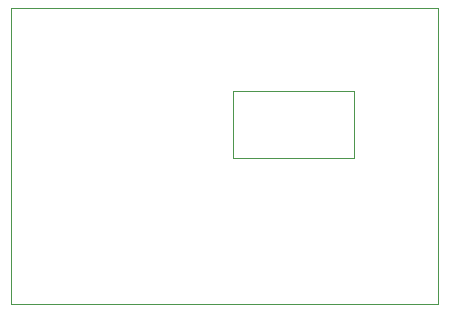
<source format=gbr>
%TF.GenerationSoftware,KiCad,Pcbnew,7.0.10*%
%TF.CreationDate,2024-02-13T16:39:49-08:00*%
%TF.ProjectId,FinalProject,46696e61-6c50-4726-9f6a-6563742e6b69,v2*%
%TF.SameCoordinates,Original*%
%TF.FileFunction,Profile,NP*%
%FSLAX46Y46*%
G04 Gerber Fmt 4.6, Leading zero omitted, Abs format (unit mm)*
G04 Created by KiCad (PCBNEW 7.0.10) date 2024-02-13 16:39:49*
%MOMM*%
%LPD*%
G01*
G04 APERTURE LIST*
%TA.AperFunction,Profile*%
%ADD10C,0.100000*%
%TD*%
G04 APERTURE END LIST*
D10*
X125000000Y-97000000D02*
X135200000Y-97000000D01*
X135200000Y-102600000D01*
X125000000Y-102600000D01*
X125000000Y-97000000D01*
X106200000Y-89920000D02*
X142350000Y-89920000D01*
X142350000Y-115000000D01*
X106200000Y-115000000D01*
X106200000Y-89920000D01*
M02*

</source>
